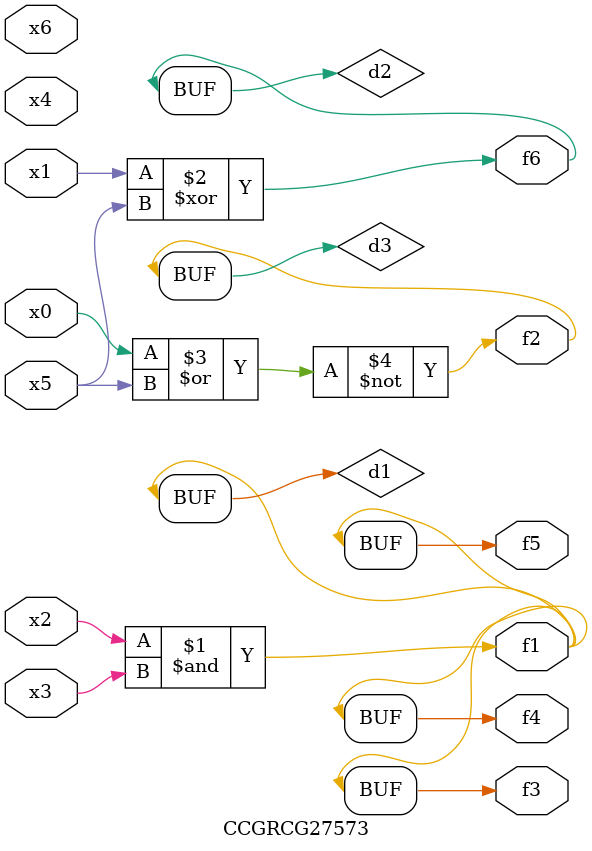
<source format=v>
module CCGRCG27573(
	input x0, x1, x2, x3, x4, x5, x6,
	output f1, f2, f3, f4, f5, f6
);

	wire d1, d2, d3;

	and (d1, x2, x3);
	xor (d2, x1, x5);
	nor (d3, x0, x5);
	assign f1 = d1;
	assign f2 = d3;
	assign f3 = d1;
	assign f4 = d1;
	assign f5 = d1;
	assign f6 = d2;
endmodule

</source>
